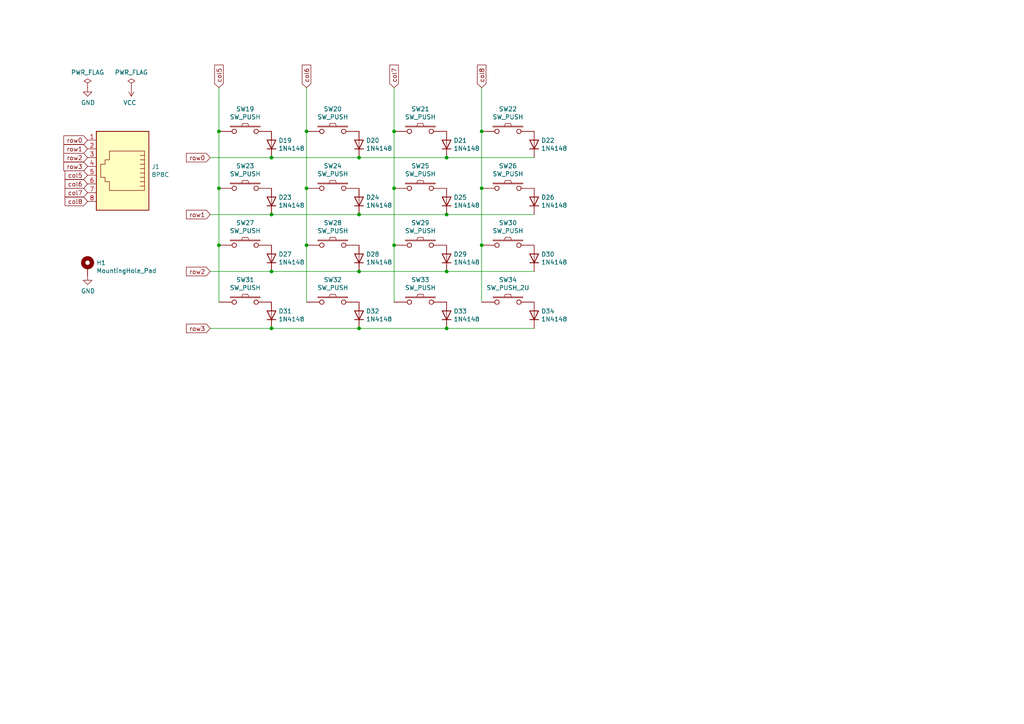
<source format=kicad_sch>
(kicad_sch (version 20230121) (generator eeschema)
  (paper "A4")
  (title_block (title "REVIUNG34-SPLIT-RIGHT") (date "2019-08-28") (rev "1.0"))
  (lib_symbols
    (symbol "Diode:1N4148" (pin_numbers hide) (pin_names hide)
      (property "Reference" "D" (at 0 2.54 0))
      (property "Value" "1N4148" (at 0 -2.54 0))
      (symbol "1N4148_0_1"
        (polyline (pts (xy -1.27 1.27) (xy -1.27 -1.27)) (stroke (width 0.254)))
        (polyline (pts (xy 1.27 0) (xy -1.27 0)))
        (polyline (pts (xy 1.27 1.27) (xy 1.27 -1.27) (xy -1.27 0) (xy 1.27 1.27)) (stroke (width 0.254)))
      )
      (symbol "1N4148_1_1"
        (pin passive line (at -3.81 0 0) (length 2.54) (name "K") (number "1"))
        (pin passive line (at 3.81 0 180) (length 2.54) (name "A") (number "2"))
      )
    )
    (symbol "Mechanical:MountingHole_Pad" (pin_numbers hide) (pin_names (offset 1.016) hide)
      (property "Reference" "H" (at 0 6.35 0))
      (property "Value" "MountingHole_Pad" (at 0 4.445 0))
      (symbol "MountingHole_Pad_0_1"
        (circle (center 0 1.27) (radius 1.27) (stroke (width 1.27)))
      )
      (symbol "MountingHole_Pad_1_1"
        (pin input line (at 0 -2.54 90) (length 2.54) (name "1") (number "1"))
      )
    )
    (symbol "power:GND" (power) (pin_names (offset 0))
      (property "Value" "GND" (at 0 -3.81 0))
      (symbol "GND_0_1"
        (polyline (pts (xy 0 0) (xy 0 -1.27) (xy 1.27 -1.27) (xy 0 -2.54) (xy -1.27 -1.27) (xy 0 -1.27)))
      )
      (symbol "GND_1_1"
        (pin power_in line (at 0 0 270) (length 0) hide (name "GND") (number "1"))
      )
    )
    (symbol "power:PWR_FLAG" (power) (pin_numbers hide) (pin_names (offset 0) hide)
      (property "Value" "PWR_FLAG" (at 0 3.81 0))
      (symbol "PWR_FLAG_0_0"
        (pin power_out line (at 0 0 90) (length 0) (name "pwr") (number "1"))
      )
      (symbol "PWR_FLAG_0_1"
        (polyline (pts (xy 0 0) (xy 0 1.27) (xy -1.016 1.905) (xy 0 2.54) (xy 1.016 1.905) (xy 0 1.27)))
      )
    )
    (symbol "power:VCC" (power) (pin_names (offset 0))
      (property "Value" "VCC" (at 0 3.81 0))
      (symbol "VCC_0_1"
        (polyline (pts (xy -0.762 1.27) (xy 0 2.54)))
        (polyline (pts (xy 0 0) (xy 0 2.54)))
        (polyline (pts (xy 0 2.54) (xy 0.762 1.27)))
      )
      (symbol "VCC_1_1"
        (pin power_in line (at 0 0 90) (length 0) hide (name "VCC") (number "1"))
      )
    )
    (symbol "reviung34-split-R-rescue:8P8C-_reviung-kbd" (pin_names (offset 1.016))
      (property "Reference" "J" (at -5.08 13.97 0))
      (property "Value" "_reviung-kbd_8P8C" (at 2.54 13.97 0))
      (symbol "8P8C-_reviung-kbd_0_1"
        (polyline (pts (xy -5.08 4.445) (xy -6.35 4.445)))
        (polyline (pts (xy -5.08 5.715) (xy -6.35 5.715)))
        (polyline (pts (xy -6.35 -3.175) (xy -5.08 -3.175) (xy -5.08 -3.175)))
        (polyline (pts (xy -6.35 -1.905) (xy -5.08 -1.905) (xy -5.08 -1.905)))
        (polyline (pts (xy -6.35 -0.635) (xy -5.08 -0.635) (xy -5.08 -0.635)))
        (polyline (pts (xy -6.35 0.635) (xy -5.08 0.635) (xy -5.08 0.635)))
        (polyline (pts (xy -6.35 1.905) (xy -5.08 1.905) (xy -5.08 1.905)))
        (polyline (pts (xy -5.08 3.175) (xy -6.35 3.175) (xy -6.35 3.175)))
        (polyline (pts (xy -6.35 -4.445) (xy -6.35 6.985) (xy 3.81 6.985) (xy 3.81 4.445) (xy 5.08 4.445) (xy 5.08 3.175) (xy 6.35 3.175) (xy 6.35 -0.635) (xy 5.08 -0.635) (xy 5.08 -1.905) (xy 3.81 -1.905) (xy 3.81 -4.445) (xy -6.35 -4.445) (xy -6.35 -4.445)))
        (rectangle (start 7.62 12.7) (end -7.62 -10.16) (stroke (width 0.254)) (fill (type background)))
      )
      (symbol "8P8C-_reviung-kbd_1_1"
        (pin passive line (at 10.16 -7.62 180) (length 2.54) (name "~") (number "1"))
        (pin passive line (at 10.16 -5.08 180) (length 2.54) (name "~") (number "2"))
        (pin passive line (at 10.16 -2.54 180) (length 2.54) (name "~") (number "3"))
        (pin passive line (at 10.16 0 180) (length 2.54) (name "~") (number "4"))
        (pin passive line (at 10.16 2.54 180) (length 2.54) (name "~") (number "5"))
        (pin passive line (at 10.16 5.08 180) (length 2.54) (name "~") (number "6"))
        (pin passive line (at 10.16 7.62 180) (length 2.54) (name "~") (number "7"))
        (pin passive line (at 10.16 10.16 180) (length 2.54) (name "~") (number "8"))
      )
    )
    (symbol "reviung34-split-R-rescue:SW_PUSH-_reviung-kbd" (pin_numbers hide) (pin_names (offset 1.016) hide)
      (property "Reference" "SW" (at 3.81 2.794 0))
      (property "Value" "_reviung-kbd_SW_PUSH" (at 0 -2.032 0))
      (symbol "SW_PUSH-_reviung-kbd_0_1"
        (rectangle (start -4.318 1.27) (end 4.318 1.524))
        (polyline (pts (xy -1.016 1.524) (xy -0.762 2.286) (xy 0.762 2.286) (xy 1.016 1.524)))
        (pin passive inverted (at -7.62 0 0) (length 5.08) (name "1") (number "1"))
        (pin passive inverted (at 7.62 0 180) (length 5.08) (name "2") (number "2"))
      )
    )
  )
  (junction (at 78.74 95.25))
  (junction (at 63.5 71.12))
  (junction (at 104.14 45.72))
  (junction (at 63.5 38.1))
  (junction (at 114.3 38.1))
  (junction (at 78.74 45.72))
  (junction (at 139.7 71.12))
  (junction (at 104.14 95.25))
  (junction (at 114.3 54.61))
  (junction (at 88.9 54.61))
  (junction (at 129.54 95.25))
  (junction (at 129.54 78.74))
  (junction (at 129.54 62.23))
  (junction (at 104.14 62.23))
  (junction (at 114.3 71.12))
  (junction (at 104.14 78.74))
  (junction (at 88.9 71.12))
  (junction (at 129.54 45.72))
  (junction (at 139.7 38.1))
  (junction (at 139.7 54.61))
  (junction (at 78.74 78.74))
  (junction (at 78.74 62.23))
  (junction (at 88.9 38.1))
  (junction (at 63.5 54.61))
  (wire (pts (xy 104.14 62.23) (xy 129.54 62.23)))
  (wire (pts (xy 114.3 25.4) (xy 114.3 38.1)))
  (wire (pts (xy 139.7 38.1) (xy 139.7 54.61)))
  (wire (pts (xy 78.74 78.74) (xy 104.14 78.74)))
  (wire (pts (xy 88.9 71.12) (xy 88.9 87.63)))
  (wire (pts (xy 129.54 45.72) (xy 154.94 45.72)))
  (wire (pts (xy 60.96 95.25) (xy 78.74 95.25)))
  (wire (pts (xy 139.7 71.12) (xy 139.7 87.63)))
  (wire (pts (xy 78.74 62.23) (xy 104.14 62.23)))
  (wire (pts (xy 114.3 54.61) (xy 114.3 71.12)))
  (wire (pts (xy 63.5 71.12) (xy 63.5 87.63)))
  (wire (pts (xy 114.3 38.1) (xy 114.3 54.61)))
  (wire (pts (xy 60.96 45.72) (xy 78.74 45.72)))
  (wire (pts (xy 88.9 54.61) (xy 88.9 71.12)))
  (wire (pts (xy 78.74 45.72) (xy 104.14 45.72)))
  (wire (pts (xy 63.5 25.4) (xy 63.5 38.1)))
  (wire (pts (xy 63.5 38.1) (xy 63.5 54.61)))
  (wire (pts (xy 88.9 38.1) (xy 88.9 54.61)))
  (wire (pts (xy 114.3 71.12) (xy 114.3 87.63)))
  (wire (pts (xy 104.14 95.25) (xy 129.54 95.25)))
  (wire (pts (xy 78.74 95.25) (xy 104.14 95.25)))
  (wire (pts (xy 139.7 54.61) (xy 139.7 71.12)))
  (wire (pts (xy 129.54 78.74) (xy 154.94 78.74)))
  (wire (pts (xy 60.96 78.74) (xy 78.74 78.74)))
  (wire (pts (xy 139.7 25.4) (xy 139.7 38.1)))
  (wire (pts (xy 129.54 62.23) (xy 154.94 62.23)))
  (wire (pts (xy 60.96 62.23) (xy 78.74 62.23)))
  (wire (pts (xy 88.9 25.4) (xy 88.9 38.1)))
  (wire (pts (xy 104.14 78.74) (xy 129.54 78.74)))
  (wire (pts (xy 129.54 95.25) (xy 154.94 95.25)))
  (wire (pts (xy 104.14 45.72) (xy 129.54 45.72)))
  (wire (pts (xy 63.5 54.61) (xy 63.5 71.12)))
  (global_label "col7" (shape input) (at 25.4 55.88 180) (property "Intersheetrefs" "${INTERSHEET_REFS}" (effects hide)))
  (global_label "row2" (shape input) (at 25.4 45.72 180) (property "Intersheetrefs" "${INTERSHEET_REFS}" (effects hide)))
  (global_label "row3" (shape input) (at 25.4 48.26 180) (property "Intersheetrefs" "${INTERSHEET_REFS}" (effects hide)))
  (global_label "row1" (shape input) (at 25.4 43.18 180) (property "Intersheetrefs" "${INTERSHEET_REFS}" (effects hide)))
  (global_label "col8" (shape input) (at 25.4 58.42 180) (property "Intersheetrefs" "${INTERSHEET_REFS}" (effects hide)))
  (global_label "col5" (shape input) (at 25.4 50.8 180) (property "Intersheetrefs" "${INTERSHEET_REFS}" (effects hide)))
  (global_label "col5" (shape input) (at 63.5 25.4 90) (property "Intersheetrefs" "${INTERSHEET_REFS}" (effects hide)))
  (global_label "row3" (shape input) (at 60.96 95.25 180) (property "Intersheetrefs" "${INTERSHEET_REFS}" (effects hide)))
  (global_label "col6" (shape input) (at 25.4 53.34 180) (property "Intersheetrefs" "${INTERSHEET_REFS}" (effects hide)))
  (global_label "col8" (shape input) (at 139.7 25.4 90) (property "Intersheetrefs" "${INTERSHEET_REFS}" (effects hide)))
  (global_label "row1" (shape input) (at 60.96 62.23 180) (property "Intersheetrefs" "${INTERSHEET_REFS}" (effects hide)))
  (global_label "row0" (shape input) (at 25.4 40.64 180) (property "Intersheetrefs" "${INTERSHEET_REFS}" (effects hide)))
  (global_label "row2" (shape input) (at 60.96 78.74 180) (property "Intersheetrefs" "${INTERSHEET_REFS}" (effects hide)))
  (global_label "col6" (shape input) (at 88.9 25.4 90) (property "Intersheetrefs" "${INTERSHEET_REFS}" (effects hide)))
  (global_label "col7" (shape input) (at 114.3 25.4 90) (property "Intersheetrefs" "${INTERSHEET_REFS}" (effects hide)))
  (global_label "row0" (shape input) (at 60.96 45.72 180) (property "Intersheetrefs" "${INTERSHEET_REFS}" (effects hide)))
  (symbol (lib_id "Mechanical:MountingHole_Pad") (at 25.4 77.47 0) (unit 1)
    (property "Reference" "H1" (at 27.94 76.2254 0) (effects (justify left)))
    (property "Value" "MountingHole_Pad" (at 27.94 78.5368 0) (effects (justify left)))
    (property "Footprint" "MountingHole:MountingHole_4.3mm_M4_ISO14580_Pad" (effects hide))
  )
  (symbol (lib_id "power:GND") (at 25.4 80.01 0) (unit 1)
    (property "Reference" "#PWR03" (effects hide))
    (property "Value" "GND" (at 25.527 84.4042 0))
  )
  (symbol (lib_id "power:PWR_FLAG") (at 25.4 25.4 0) (unit 1)
    (property "Reference" "#FLG01" (effects hide))
    (property "Value" "PWR_FLAG" (at 25.4 21.0058 0))
  )
  (symbol (lib_id "power:PWR_FLAG") (at 38.1 25.4 0) (unit 1)
    (property "Reference" "#FLG02" (effects hide))
    (property "Value" "PWR_FLAG" (at 38.1 21.0058 0))
  )
  (symbol (lib_id "power:GND") (at 25.4 25.4 0) (unit 1)
    (property "Reference" "#PWR01" (effects hide))
    (property "Value" "GND" (at 25.527 29.7942 0))
  )
  (symbol (lib_id "power:VCC") (at 38.1 25.4 180) (unit 1)
    (property "Reference" "#PWR02" (effects hide))
    (property "Value" "VCC" (at 37.6428 29.7942 0))
  )
  (symbol (lib_id "reviung34-split-R-rescue:8P8C-_reviung-kbd") (at 35.56 48.26 180) (unit 1)
    (property "Reference" "J1" (at 43.942 48.3616 0) (effects (justify right)))
    (property "Value" "8P8C" (at 43.942 50.673 0) (effects (justify right)))
    (property "Footprint" "_reviung-kbd:RJ45-DS1128-05-S8B8P" (effects hide))
  )
  (symbol (lib_id "reviung34-split-R-rescue:SW_PUSH-_reviung-kbd") (at 71.12 38.1 0) (unit 1)
    (property "Reference" "SW19" (at 71.12 31.623 0))
    (property "Value" "SW_PUSH" (at 71.12 33.9344 0))
    (property "Footprint" "_reviung-kbd:MXOnly-1U-Hotswap" (effects hide))
  )
  (symbol (lib_id "reviung34-split-R-rescue:SW_PUSH-_reviung-kbd") (at 96.52 38.1 0) (unit 1)
    (property "Reference" "SW20" (at 96.52 31.623 0))
    (property "Value" "SW_PUSH" (at 96.52 33.9344 0))
    (property "Footprint" "_reviung-kbd:MXOnly-1U-Hotswap" (effects hide))
  )
  (symbol (lib_id "reviung34-split-R-rescue:SW_PUSH-_reviung-kbd") (at 121.92 38.1 0) (unit 1)
    (property "Reference" "SW21" (at 121.92 31.623 0))
    (property "Value" "SW_PUSH" (at 121.92 33.9344 0))
    (property "Footprint" "_reviung-kbd:MXOnly-1U-Hotswap" (effects hide))
  )
  (symbol (lib_id "reviung34-split-R-rescue:SW_PUSH-_reviung-kbd") (at 147.32 38.1 0) (unit 1)
    (property "Reference" "SW22" (at 147.32 31.623 0))
    (property "Value" "SW_PUSH" (at 147.32 33.9344 0))
    (property "Footprint" "_reviung-kbd:MXOnly-1U-Hotswap" (effects hide))
  )
  (symbol (lib_id "Diode:1N4148") (at 78.74 41.91 90) (unit 1)
    (property "Reference" "D19" (at 80.7466 40.7416 90) (effects (justify right)))
    (property "Value" "1N4148" (at 80.7466 43.053 90) (effects (justify right)))
    (property "Footprint" "Diode_THT:D_DO-35_SOD27_P7.62mm_Horizontal" (effects hide))
    (property "Datasheet" "https://assets.nexperia.com/documents/data-sheet/1N4148_1N4448.pdf" (effects hide))
  )
  (symbol (lib_id "Diode:1N4148") (at 104.14 41.91 90) (unit 1)
    (property "Reference" "D20" (at 106.1466 40.7416 90) (effects (justify right)))
    (property "Value" "1N4148" (at 106.1466 43.053 90) (effects (justify right)))
    (property "Footprint" "Diode_THT:D_DO-35_SOD27_P7.62mm_Horizontal" (effects hide))
    (property "Datasheet" "https://assets.nexperia.com/documents/data-sheet/1N4148_1N4448.pdf" (effects hide))
  )
  (symbol (lib_id "Diode:1N4148") (at 129.54 41.91 90) (unit 1)
    (property "Reference" "D21" (at 131.5466 40.7416 90) (effects (justify right)))
    (property "Value" "1N4148" (at 131.5466 43.053 90) (effects (justify right)))
    (property "Footprint" "Diode_THT:D_DO-35_SOD27_P7.62mm_Horizontal" (effects hide))
    (property "Datasheet" "https://assets.nexperia.com/documents/data-sheet/1N4148_1N4448.pdf" (effects hide))
  )
  (symbol (lib_id "Diode:1N4148") (at 154.94 41.91 90) (unit 1)
    (property "Reference" "D22" (at 156.9466 40.7416 90) (effects (justify right)))
    (property "Value" "1N4148" (at 156.9466 43.053 90) (effects (justify right)))
    (property "Footprint" "Diode_THT:D_DO-35_SOD27_P7.62mm_Horizontal" (effects hide))
    (property "Datasheet" "https://assets.nexperia.com/documents/data-sheet/1N4148_1N4448.pdf" (effects hide))
  )
  (symbol (lib_id "reviung34-split-R-rescue:SW_PUSH-_reviung-kbd") (at 71.12 54.61 0) (unit 1)
    (property "Reference" "SW23" (at 71.12 48.133 0))
    (property "Value" "SW_PUSH" (at 71.12 50.4444 0))
    (property "Footprint" "_reviung-kbd:MXOnly-1U-Hotswap" (effects hide))
  )
  (symbol (lib_id "reviung34-split-R-rescue:SW_PUSH-_reviung-kbd") (at 96.52 54.61 0) (unit 1)
    (property "Reference" "SW24" (at 96.52 48.133 0))
    (property "Value" "SW_PUSH" (at 96.52 50.4444 0))
    (property "Footprint" "_reviung-kbd:MXOnly-1U-Hotswap" (effects hide))
  )
  (symbol (lib_id "reviung34-split-R-rescue:SW_PUSH-_reviung-kbd") (at 121.92 54.61 0) (unit 1)
    (property "Reference" "SW25" (at 121.92 48.133 0))
    (property "Value" "SW_PUSH" (at 121.92 50.4444 0))
    (property "Footprint" "_reviung-kbd:MXOnly-1U-Hotswap" (effects hide))
  )
  (symbol (lib_id "reviung34-split-R-rescue:SW_PUSH-_reviung-kbd") (at 147.32 54.61 0) (unit 1)
    (property "Reference" "SW26" (at 147.32 48.133 0))
    (property "Value" "SW_PUSH" (at 147.32 50.4444 0))
    (property "Footprint" "_reviung-kbd:MXOnly-1U-Hotswap" (effects hide))
  )
  (symbol (lib_id "Diode:1N4148") (at 78.74 58.42 90) (unit 1)
    (property "Reference" "D23" (at 80.7466 57.2516 90) (effects (justify right)))
    (property "Value" "1N4148" (at 80.7466 59.563 90) (effects (justify right)))
    (property "Footprint" "Diode_THT:D_DO-35_SOD27_P7.62mm_Horizontal" (effects hide))
    (property "Datasheet" "https://assets.nexperia.com/documents/data-sheet/1N4148_1N4448.pdf" (effects hide))
  )
  (symbol (lib_id "Diode:1N4148") (at 104.14 58.42 90) (unit 1)
    (property "Reference" "D24" (at 106.1466 57.2516 90) (effects (justify right)))
    (property "Value" "1N4148" (at 106.1466 59.563 90) (effects (justify right)))
    (property "Footprint" "Diode_THT:D_DO-35_SOD27_P7.62mm_Horizontal" (effects hide))
    (property "Datasheet" "https://assets.nexperia.com/documents/data-sheet/1N4148_1N4448.pdf" (effects hide))
  )
  (symbol (lib_id "Diode:1N4148") (at 129.54 58.42 90) (unit 1)
    (property "Reference" "D25" (at 131.5466 57.2516 90) (effects (justify right)))
    (property "Value" "1N4148" (at 131.5466 59.563 90) (effects (justify right)))
    (property "Footprint" "Diode_THT:D_DO-35_SOD27_P7.62mm_Horizontal" (effects hide))
    (property "Datasheet" "https://assets.nexperia.com/documents/data-sheet/1N4148_1N4448.pdf" (effects hide))
  )
  (symbol (lib_id "Diode:1N4148") (at 154.94 58.42 90) (unit 1)
    (property "Reference" "D26" (at 156.9466 57.2516 90) (effects (justify right)))
    (property "Value" "1N4148" (at 156.9466 59.563 90) (effects (justify right)))
    (property "Footprint" "Diode_THT:D_DO-35_SOD27_P7.62mm_Horizontal" (effects hide))
    (property "Datasheet" "https://assets.nexperia.com/documents/data-sheet/1N4148_1N4448.pdf" (effects hide))
  )
  (symbol (lib_id "reviung34-split-R-rescue:SW_PUSH-_reviung-kbd") (at 71.12 71.12 0) (unit 1)
    (property "Reference" "SW27" (at 71.12 64.643 0))
    (property "Value" "SW_PUSH" (at 71.12 66.9544 0))
    (property "Footprint" "_reviung-kbd:MXOnly-1U-Hotswap" (effects hide))
  )
  (symbol (lib_id "reviung34-split-R-rescue:SW_PUSH-_reviung-kbd") (at 96.52 71.12 0) (unit 1)
    (property "Reference" "SW28" (at 96.52 64.643 0))
    (property "Value" "SW_PUSH" (at 96.52 66.9544 0))
    (property "Footprint" "_reviung-kbd:MXOnly-1U-Hotswap" (effects hide))
  )
  (symbol (lib_id "reviung34-split-R-rescue:SW_PUSH-_reviung-kbd") (at 121.92 71.12 0) (unit 1)
    (property "Reference" "SW29" (at 121.92 64.643 0))
    (property "Value" "SW_PUSH" (at 121.92 66.9544 0))
    (property "Footprint" "_reviung-kbd:MXOnly-1U-Hotswap" (effects hide))
  )
  (symbol (lib_id "reviung34-split-R-rescue:SW_PUSH-_reviung-kbd") (at 147.32 71.12 0) (unit 1)
    (property "Reference" "SW30" (at 147.32 64.643 0))
    (property "Value" "SW_PUSH" (at 147.32 66.9544 0))
    (property "Footprint" "_reviung-kbd:MXOnly-1U-Hotswap" (effects hide))
  )
  (symbol (lib_id "Diode:1N4148") (at 78.74 74.93 90) (unit 1)
    (property "Reference" "D27" (at 80.7466 73.7616 90) (effects (justify right)))
    (property "Value" "1N4148" (at 80.7466 76.073 90) (effects (justify right)))
    (property "Footprint" "Diode_THT:D_DO-35_SOD27_P7.62mm_Horizontal" (effects hide))
    (property "Datasheet" "https://assets.nexperia.com/documents/data-sheet/1N4148_1N4448.pdf" (effects hide))
  )
  (symbol (lib_id "Diode:1N4148") (at 104.14 74.93 90) (unit 1)
    (property "Reference" "D28" (at 106.1466 73.7616 90) (effects (justify right)))
    (property "Value" "1N4148" (at 106.1466 76.073 90) (effects (justify right)))
    (property "Footprint" "Diode_THT:D_DO-35_SOD27_P7.62mm_Horizontal" (effects hide))
    (property "Datasheet" "https://assets.nexperia.com/documents/data-sheet/1N4148_1N4448.pdf" (effects hide))
  )
  (symbol (lib_id "Diode:1N4148") (at 129.54 74.93 90) (unit 1)
    (property "Reference" "D29" (at 131.5466 73.7616 90) (effects (justify right)))
    (property "Value" "1N4148" (at 131.5466 76.073 90) (effects (justify right)))
    (property "Footprint" "Diode_THT:D_DO-35_SOD27_P7.62mm_Horizontal" (effects hide))
    (property "Datasheet" "https://assets.nexperia.com/documents/data-sheet/1N4148_1N4448.pdf" (effects hide))
  )
  (symbol (lib_id "Diode:1N4148") (at 154.94 74.93 90) (unit 1)
    (property "Reference" "D30" (at 156.9466 73.7616 90) (effects (justify right)))
    (property "Value" "1N4148" (at 156.9466 76.073 90) (effects (justify right)))
    (property "Footprint" "Diode_THT:D_DO-35_SOD27_P7.62mm_Horizontal" (effects hide))
    (property "Datasheet" "https://assets.nexperia.com/documents/data-sheet/1N4148_1N4448.pdf" (effects hide))
  )
  (symbol (lib_id "reviung34-split-R-rescue:SW_PUSH-_reviung-kbd") (at 71.12 87.63 0) (unit 1)
    (property "Reference" "SW31" (at 71.12 81.153 0))
    (property "Value" "SW_PUSH" (at 71.12 83.4644 0))
    (property "Footprint" "_reviung-kbd:MXOnly-1U-Hotswap" (effects hide))
  )
  (symbol (lib_id "reviung34-split-R-rescue:SW_PUSH-_reviung-kbd") (at 96.52 87.63 0) (unit 1)
    (property "Reference" "SW32" (at 96.52 81.153 0))
    (property "Value" "SW_PUSH" (at 96.52 83.4644 0))
    (property "Footprint" "_reviung-kbd:MXOnly-1U-Hotswap" (effects hide))
  )
  (symbol (lib_id "reviung34-split-R-rescue:SW_PUSH-_reviung-kbd") (at 121.92 87.63 0) (unit 1)
    (property "Reference" "SW33" (at 121.92 81.153 0))
    (property "Value" "SW_PUSH" (at 121.92 83.4644 0))
    (property "Footprint" "_reviung-kbd:MXOnly-1U-Hotswap" (effects hide))
  )
  (symbol (lib_id "reviung34-split-R-rescue:SW_PUSH-_reviung-kbd") (at 147.32 87.63 0) (unit 1)
    (property "Reference" "SW34" (at 147.32 81.153 0))
    (property "Value" "SW_PUSH_2U" (at 147.32 83.4644 0))
    (property "Footprint" "_reviung-kbd:MXOnly-2U-Hotswap-ReversedStabilizers" (effects hide))
  )
  (symbol (lib_id "Diode:1N4148") (at 78.74 91.44 90) (unit 1)
    (property "Reference" "D31" (at 80.7466 90.2716 90) (effects (justify right)))
    (property "Value" "1N4148" (at 80.7466 92.583 90) (effects (justify right)))
    (property "Footprint" "Diode_THT:D_DO-35_SOD27_P7.62mm_Horizontal" (effects hide))
    (property "Datasheet" "https://assets.nexperia.com/documents/data-sheet/1N4148_1N4448.pdf" (effects hide))
  )
  (symbol (lib_id "Diode:1N4148") (at 104.14 91.44 90) (unit 1)
    (property "Reference" "D32" (at 106.1466 90.2716 90) (effects (justify right)))
    (property "Value" "1N4148" (at 106.1466 92.583 90) (effects (justify right)))
    (property "Footprint" "Diode_THT:D_DO-35_SOD27_P7.62mm_Horizontal" (effects hide))
    (property "Datasheet" "https://assets.nexperia.com/documents/data-sheet/1N4148_1N4448.pdf" (effects hide))
  )
  (symbol (lib_id "Diode:1N4148") (at 129.54 91.44 90) (unit 1)
    (property "Reference" "D33" (at 131.5466 90.2716 90) (effects (justify right)))
    (property "Value" "1N4148" (at 131.5466 92.583 90) (effects (justify right)))
    (property "Footprint" "Diode_THT:D_DO-35_SOD27_P7.62mm_Horizontal" (effects hide))
    (property "Datasheet" "https://assets.nexperia.com/documents/data-sheet/1N4148_1N4448.pdf" (effects hide))
  )
  (symbol (lib_id "Diode:1N4148") (at 154.94 91.44 90) (unit 1)
    (property "Reference" "D34" (at 156.9466 90.2716 90) (effects (justify right)))
    (property "Value" "1N4148" (at 156.9466 92.583 90) (effects (justify right)))
    (property "Footprint" "Diode_THT:D_DO-35_SOD27_P7.62mm_Horizontal" (effects hide))
    (property "Datasheet" "https://assets.nexperia.com/documents/data-sheet/1N4148_1N4448.pdf" (effects hide))
  )
)
</source>
